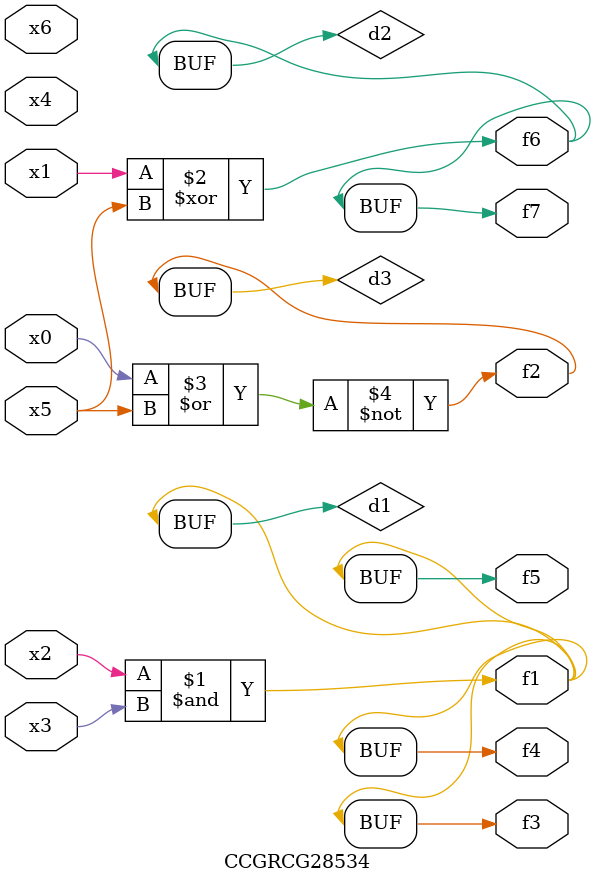
<source format=v>
module CCGRCG28534(
	input x0, x1, x2, x3, x4, x5, x6,
	output f1, f2, f3, f4, f5, f6, f7
);

	wire d1, d2, d3;

	and (d1, x2, x3);
	xor (d2, x1, x5);
	nor (d3, x0, x5);
	assign f1 = d1;
	assign f2 = d3;
	assign f3 = d1;
	assign f4 = d1;
	assign f5 = d1;
	assign f6 = d2;
	assign f7 = d2;
endmodule

</source>
